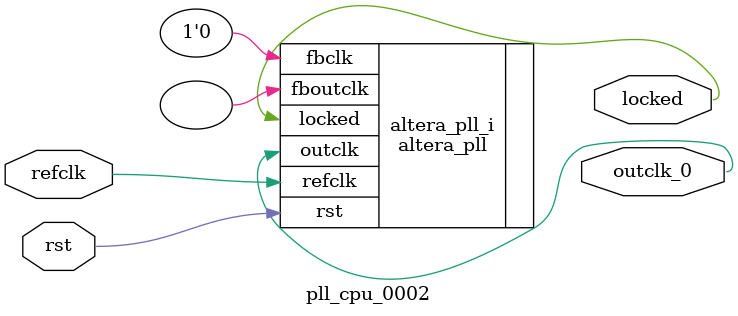
<source format=v>
`timescale 1ns/10ps
module  pll_cpu_0002(

	// interface 'refclk'
	input wire refclk,

	// interface 'reset'
	input wire rst,

	// interface 'outclk0'
	output wire outclk_0,

	// interface 'locked'
	output wire locked
);

	altera_pll #(
		.fractional_vco_multiplier("false"),
		.reference_clock_frequency("50.0 MHz"),
		.operation_mode("direct"),
		.number_of_clocks(1),
		.output_clock_frequency0("10.000000 MHz"),
		.phase_shift0("0 ps"),
		.duty_cycle0(50),
		.output_clock_frequency1("0 MHz"),
		.phase_shift1("0 ps"),
		.duty_cycle1(50),
		.output_clock_frequency2("0 MHz"),
		.phase_shift2("0 ps"),
		.duty_cycle2(50),
		.output_clock_frequency3("0 MHz"),
		.phase_shift3("0 ps"),
		.duty_cycle3(50),
		.output_clock_frequency4("0 MHz"),
		.phase_shift4("0 ps"),
		.duty_cycle4(50),
		.output_clock_frequency5("0 MHz"),
		.phase_shift5("0 ps"),
		.duty_cycle5(50),
		.output_clock_frequency6("0 MHz"),
		.phase_shift6("0 ps"),
		.duty_cycle6(50),
		.output_clock_frequency7("0 MHz"),
		.phase_shift7("0 ps"),
		.duty_cycle7(50),
		.output_clock_frequency8("0 MHz"),
		.phase_shift8("0 ps"),
		.duty_cycle8(50),
		.output_clock_frequency9("0 MHz"),
		.phase_shift9("0 ps"),
		.duty_cycle9(50),
		.output_clock_frequency10("0 MHz"),
		.phase_shift10("0 ps"),
		.duty_cycle10(50),
		.output_clock_frequency11("0 MHz"),
		.phase_shift11("0 ps"),
		.duty_cycle11(50),
		.output_clock_frequency12("0 MHz"),
		.phase_shift12("0 ps"),
		.duty_cycle12(50),
		.output_clock_frequency13("0 MHz"),
		.phase_shift13("0 ps"),
		.duty_cycle13(50),
		.output_clock_frequency14("0 MHz"),
		.phase_shift14("0 ps"),
		.duty_cycle14(50),
		.output_clock_frequency15("0 MHz"),
		.phase_shift15("0 ps"),
		.duty_cycle15(50),
		.output_clock_frequency16("0 MHz"),
		.phase_shift16("0 ps"),
		.duty_cycle16(50),
		.output_clock_frequency17("0 MHz"),
		.phase_shift17("0 ps"),
		.duty_cycle17(50),
		.pll_type("General"),
		.pll_subtype("General")
	) altera_pll_i (
		.rst	(rst),
		.outclk	({outclk_0}),
		.locked	(locked),
		.fboutclk	( ),
		.fbclk	(1'b0),
		.refclk	(refclk)
	);
endmodule


</source>
